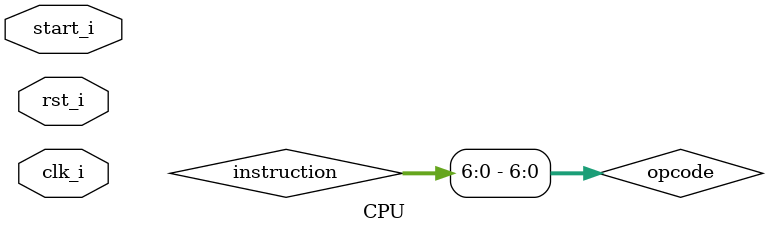
<source format=v>
module CPU
(
    clk_i, 
    rst_i,
    start_i
);

// Ports
input               clk_i;
input               rst_i;
input               start_i;

// Data Types
wire    [31:0]      pc_i;
wire    [31:0]      pc_o;
wire    [31:0]      instruction;
wire    [1:0]       ALUOp;
wire                ALUSrc;
wire                RegWrite;
wire    [6:0]       funct7;
wire    [2:0]       funct3;
wire    [6:0]       opcode;
wire    [4:0]       RS1addr;
wire    [4:0]       RS2addr;
wire    [4:0]       RDaddr;
wire    [31:0]      RS1data;
wire    [31:0]      RS2data;
wire    [31:0]      RDdata;
wire    [31:0]      SignExtend_o;
wire    [31:0]      Mux_o;
wire    [2:0]       ALUCtrl;

assign funct7 = instruction[31:25];
assign RS2addr = instruction[24:20];
assign RS1addr = instruction[19:15];
assign funct3 = instruction[14:12];
assign RDaddr = instruction[11:7];
assign opcode = instruction[6:0];

parameter ALU_ADD = 1;

Control Control(
    .Op_i       (opcode),
    .ALUOp_o    (ALUOp),
    .ALUSrc_o   (ALUSrc),
    .RegWrite_o (RegWrite)
);

Adder Add_PC(
    .data1_in   (pc_o),
    .data2_in   (4),
    .data_o     (pc_i)
);

PC PC(
    .clk_i      (clk_i),
    .rst_i      (rst_i),
    .start_i    (start_i),
    .pc_i       (pc_i),
    .pc_o       (pc_o)
);

Instruction_Memory Instruction_Memory(
    .addr_i     (pc_o), 
    .instr_o    (instruction)
);

Registers Registers(
    .clk_i      (clk_i),
    .RS1addr_i   (RS1addr),
    .RS2addr_i   (RS2addr),
    .RDaddr_i   (RDaddr), 
    .RDdata_i   (RDdata),
    .RegWrite_i (RegWrite), 
    .RS1data_o   (RS1data), 
    .RS2data_o   (RS2data) 
);

MUX32 MUX_ALUSrc(
    .data1_i    (RS2data),
    .data2_i    (SignExtend_o),
    .select_i   (ALUSrc),
    .data_o     (Mux_o)
);

Sign_Extend Sign_Extend(
    .data_i     (instruction[31:20]),
    .data_o     (SignExtend_o)
);
  
ALU ALU(
    .data1_i    (RS1data),
    .data2_i    (Mux_o),
    .ALUCtrl_i  (ALUCtrl),
    .data_o     (RDdata),
    .Zero_o     ()
);

ALU_Control ALU_Control(
    .funct_i    ({funct7, funct3}),
    .ALUOp_i    (ALUOp),
    .ALUCtrl_o  (ALUCtrl)
);

endmodule


</source>
